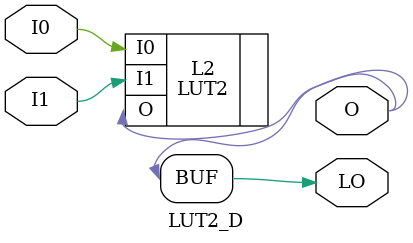
<source format=v>

`timescale  1 ps / 1 ps


module LUT2_D (LO, O, I0, I1);

    parameter [3:0] INIT = 4'h0;

    input I0, I1;

    output LO, O;
    
    wire LO;
    wire O;

    LUT2 #(.INIT(INIT)) L2 (.O(O), .I0(I0), .I1(I1));

    assign LO = O;

endmodule



</source>
